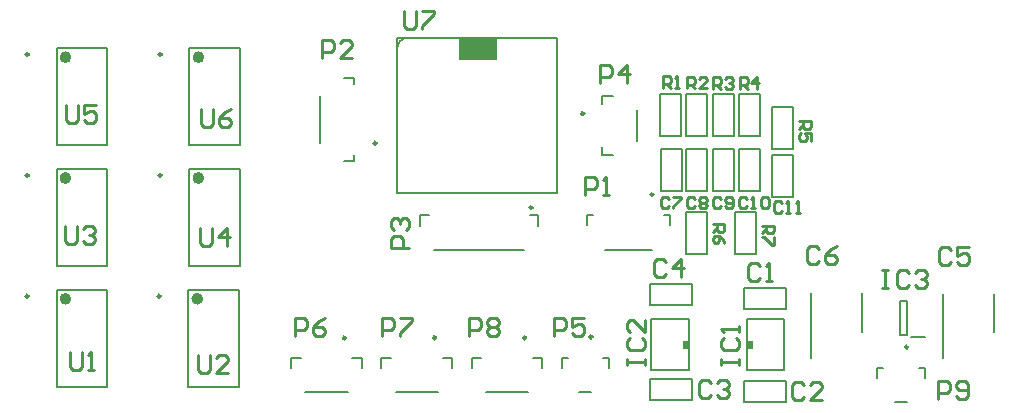
<source format=gto>
G04 Layer_Color=65535*
%FSLAX44Y44*%
%MOMM*%
G71*
G01*
G75*
%ADD29C,0.2500*%
%ADD30C,0.1270*%
%ADD31C,0.5000*%
%ADD32C,0.2000*%
%ADD33C,0.2540*%
%ADD34R,3.3274X1.8288*%
%ADD35R,0.5000X0.7620*%
D29*
X847326Y1464028D02*
G03*
X847326Y1464028I-1250J0D01*
G01*
X552719Y1538986D02*
G03*
X552719Y1538986I-1250J0D01*
G01*
X665275D02*
G03*
X665275Y1538986I-1250J0D01*
G01*
X552719Y1436699D02*
G03*
X552719Y1436699I-1250J0D01*
G01*
X665275D02*
G03*
X665275Y1436699I-1250J0D01*
G01*
X552719Y1334412D02*
G03*
X552719Y1334412I-1250J0D01*
G01*
X664369Y1334452D02*
G03*
X664369Y1334452I-1250J0D01*
G01*
X821116Y1299098D02*
G03*
X821116Y1299098I-1250J0D01*
G01*
X897529Y1299218D02*
G03*
X897529Y1299218I-1250J0D01*
G01*
X973881D02*
G03*
X973881Y1299218I-1250J0D01*
G01*
X1029983Y1299968D02*
G03*
X1029983Y1299968I-1250J0D01*
G01*
X1297336Y1291332D02*
G03*
X1297336Y1291332I-1250J0D01*
G01*
X1081700Y1420614D02*
G03*
X1081700Y1420614I-1250J0D01*
G01*
X1022950Y1489178D02*
G03*
X1022950Y1489178I-1250J0D01*
G01*
X979279Y1409364D02*
G03*
X979279Y1409364I-1250J0D01*
G01*
D30*
X874014Y1553210D02*
G03*
X864616Y1543812I0J-9398D01*
G01*
X1109641Y1369822D02*
X1127421Y1369822D01*
X1109641Y1405382D02*
X1127421D01*
X1127421Y1369822D01*
X1109641Y1369822D02*
Y1405382D01*
X1181862Y1418590D02*
X1199642Y1418590D01*
X1181862Y1454150D02*
X1199642D01*
X1199642Y1418590D01*
X1181862Y1418590D02*
Y1454150D01*
X1154430Y1423670D02*
X1172210Y1423670D01*
X1154430Y1459230D02*
X1172210D01*
X1172210Y1423670D01*
X1154430Y1423670D02*
Y1459230D01*
X1131824Y1423670D02*
X1149604Y1423670D01*
X1131824Y1459230D02*
X1149604D01*
X1149604Y1423670D01*
X1131824Y1423670D02*
Y1459230D01*
X1109641Y1423670D02*
X1127421Y1423670D01*
X1109641Y1459230D02*
X1127421D01*
X1127421Y1423670D01*
X1109641Y1423670D02*
Y1459230D01*
X1087882D02*
X1105662Y1459230D01*
X1087882Y1423670D02*
X1105662D01*
X1087882Y1459230D02*
X1087882Y1423670D01*
X1105662D02*
Y1459230D01*
X1181862Y1459230D02*
X1199642Y1459230D01*
X1181862Y1494790D02*
X1199642D01*
X1199642Y1459230D01*
X1181862Y1459230D02*
Y1494790D01*
X1154176Y1469898D02*
X1171956Y1469898D01*
X1154176Y1505458D02*
X1171956D01*
X1171956Y1469898D01*
X1154176Y1469898D02*
Y1505458D01*
X1131824Y1469898D02*
X1149604Y1469898D01*
X1131824Y1505458D02*
X1149604D01*
X1149604Y1469898D01*
X1131824Y1469898D02*
Y1505458D01*
X1109641Y1469898D02*
X1127421Y1469898D01*
X1109641Y1505458D02*
X1127421D01*
X1127421Y1469898D01*
X1109641Y1469898D02*
Y1505458D01*
X1087120Y1469898D02*
X1104900Y1469898D01*
X1087120Y1505458D02*
X1104900D01*
X1104900Y1469898D01*
X1087120Y1469898D02*
Y1505458D01*
X864616Y1539748D02*
Y1543812D01*
Y1553210D02*
X999998D01*
Y1422146D02*
Y1553210D01*
X864616Y1422146D02*
X999998D01*
X864616D02*
Y1553210D01*
X1157986Y1262888D02*
X1193546D01*
X1157986Y1245108D02*
X1193546Y1245108D01*
Y1262888D01*
X1157986Y1245108D02*
X1157986Y1262888D01*
X1078738Y1264412D02*
X1114298D01*
X1078738Y1246632D02*
X1114298Y1246632D01*
Y1264412D01*
X1078738Y1246632D02*
X1078738Y1264412D01*
X1108206Y1314978D02*
X1108460D01*
X1111762Y1310914D02*
Y1311422D01*
Y1311168D02*
Y1314978D01*
X1109222D02*
X1111762D01*
X1080012Y1271798D02*
X1111762D01*
Y1314978D01*
X1080012D02*
X1111762D01*
X1080012Y1271798D02*
Y1314978D01*
X1163824Y1271858D02*
X1164078D01*
X1160522Y1275414D02*
Y1275922D01*
Y1271858D02*
Y1275668D01*
Y1271858D02*
X1163062D01*
X1160522Y1315038D02*
X1192272D01*
X1160522Y1271858D02*
Y1315038D01*
Y1271858D02*
X1192272D01*
Y1315038D01*
X1078738Y1326896D02*
X1114298D01*
X1078738Y1344676D02*
X1114298Y1344676D01*
X1078738Y1326896D02*
Y1344676D01*
X1114298Y1326896D02*
X1114298Y1344676D01*
X1157986Y1323340D02*
X1193546D01*
X1157986Y1341120D02*
X1193546Y1341120D01*
X1157986Y1323340D02*
Y1341120D01*
X1193546Y1323340D02*
X1193546Y1341120D01*
X1151128Y1369822D02*
Y1405382D01*
X1168908D02*
X1168908Y1369822D01*
X1151128Y1405382D02*
X1168908D01*
X1151128Y1369822D02*
X1168908Y1369822D01*
D31*
X586292Y1536736D02*
G03*
X586292Y1536736I-2500J0D01*
G01*
X698849D02*
G03*
X698849Y1536736I-2500J0D01*
G01*
X586292Y1434449D02*
G03*
X586292Y1434449I-2500J0D01*
G01*
X698849D02*
G03*
X698849Y1434449I-2500J0D01*
G01*
X586292Y1332162D02*
G03*
X586292Y1332162I-2500J0D01*
G01*
X697942Y1332202D02*
G03*
X697942Y1332202I-2500J0D01*
G01*
D32*
X1326732Y1281708D02*
Y1336458D01*
X1369732Y1304208D02*
Y1336458D01*
X1214972Y1281962D02*
Y1336712D01*
X1257972Y1304462D02*
Y1336712D01*
X1299868Y1299618D02*
X1311868D01*
X1296368Y1301118D02*
Y1330118D01*
X1290368D02*
X1296368D01*
X1290368Y1301118D02*
Y1330118D01*
Y1301118D02*
X1296368D01*
X799326Y1464028D02*
Y1504028D01*
X819826Y1449028D02*
X828326D01*
X819826Y1519028D02*
X828326D01*
Y1449028D02*
Y1454028D01*
Y1514028D02*
Y1519028D01*
X576292Y1544236D02*
X618743D01*
Y1462236D02*
Y1544236D01*
X576292Y1462236D02*
X618743D01*
X576292D02*
Y1544236D01*
X688849D02*
X731301D01*
Y1462236D02*
Y1544236D01*
X688849Y1462236D02*
X731301D01*
X688849D02*
Y1544236D01*
X576292Y1441949D02*
X618743D01*
Y1359949D02*
Y1441949D01*
X576292Y1359949D02*
X618743D01*
X576292D02*
Y1441949D01*
X688849D02*
X731301D01*
Y1359949D02*
Y1441949D01*
X688849Y1359949D02*
X731301D01*
X688849D02*
Y1441949D01*
X576292Y1339662D02*
X618743D01*
Y1257662D02*
Y1339662D01*
X576292Y1257662D02*
X618743D01*
X576292D02*
Y1339662D01*
X687942Y1339702D02*
X730394D01*
Y1257702D02*
Y1339702D01*
X687942Y1257702D02*
X730394D01*
X687942D02*
Y1339702D01*
X786866Y1253348D02*
X822866D01*
X834866Y1273348D02*
Y1282348D01*
X774866Y1273348D02*
Y1282348D01*
X826866D02*
X834866D01*
X774866D02*
X782866D01*
X863279Y1253468D02*
X899278D01*
X911279Y1273468D02*
Y1282468D01*
X851279Y1273468D02*
Y1282468D01*
X903279D02*
X911279D01*
X851279D02*
X859278D01*
X939631Y1253468D02*
X975631D01*
X987631Y1273468D02*
Y1282468D01*
X927631Y1273468D02*
Y1282468D01*
X979631D02*
X987631D01*
X927631D02*
X935631D01*
X1018983Y1253468D02*
X1028983D01*
X1043983Y1273968D02*
Y1282468D01*
X1003983Y1273968D02*
Y1282468D01*
X1038983D02*
X1043983D01*
X1003983D02*
X1008983D01*
X1286336Y1244832D02*
X1296336D01*
X1311336Y1265332D02*
Y1273832D01*
X1271336Y1265332D02*
Y1273832D01*
X1306336D02*
X1311336D01*
X1271336D02*
X1276336D01*
X1040450Y1373864D02*
X1080450D01*
X1095450Y1394364D02*
Y1402864D01*
X1025450Y1394364D02*
Y1402864D01*
X1090450D02*
X1095450D01*
X1025450D02*
X1030450D01*
X1067450Y1465928D02*
Y1491928D01*
X1038450Y1503928D02*
X1047450D01*
X1038450Y1453928D02*
X1047450D01*
X1038450Y1496928D02*
Y1503928D01*
Y1453928D02*
Y1460928D01*
X896279Y1373864D02*
X972279D01*
X984278Y1393864D02*
Y1402864D01*
X884278Y1393864D02*
Y1402864D01*
X977279D02*
X984278D01*
X884278D02*
X891279D01*
D33*
X1131824Y1395730D02*
X1141821D01*
Y1390732D01*
X1140155Y1389066D01*
X1136822D01*
X1135156Y1390732D01*
Y1395730D01*
Y1392398D02*
X1131824Y1389066D01*
X1141821Y1379069D02*
X1140155Y1382401D01*
X1136822Y1385733D01*
X1133490D01*
X1131824Y1384067D01*
Y1380735D01*
X1133490Y1379069D01*
X1135156D01*
X1136822Y1380735D01*
Y1385733D01*
X1190813Y1413205D02*
X1189146Y1414871D01*
X1185814D01*
X1184148Y1413205D01*
Y1406540D01*
X1185814Y1404874D01*
X1189146D01*
X1190813Y1406540D01*
X1194145Y1404874D02*
X1197477D01*
X1195811D01*
Y1414871D01*
X1194145Y1413205D01*
X1202475Y1404874D02*
X1205808D01*
X1204142D01*
Y1414871D01*
X1202475Y1413205D01*
X1160841Y1417015D02*
X1159174Y1418681D01*
X1155842D01*
X1154176Y1417015D01*
Y1410350D01*
X1155842Y1408684D01*
X1159174D01*
X1160841Y1410350D01*
X1164173Y1408684D02*
X1167505D01*
X1165839D01*
Y1418681D01*
X1164173Y1417015D01*
X1172503D02*
X1174170Y1418681D01*
X1177502D01*
X1179168Y1417015D01*
Y1410350D01*
X1177502Y1408684D01*
X1174170D01*
X1172503Y1410350D01*
Y1417015D01*
X1138743D02*
X1137076Y1418681D01*
X1133744D01*
X1132078Y1417015D01*
Y1410350D01*
X1133744Y1408684D01*
X1137076D01*
X1138743Y1410350D01*
X1142075D02*
X1143741Y1408684D01*
X1147073D01*
X1148739Y1410350D01*
Y1417015D01*
X1147073Y1418681D01*
X1143741D01*
X1142075Y1417015D01*
Y1415349D01*
X1143741Y1413682D01*
X1148739D01*
X1116898Y1417015D02*
X1115232Y1418681D01*
X1111900D01*
X1110234Y1417015D01*
Y1410350D01*
X1111900Y1408684D01*
X1115232D01*
X1116898Y1410350D01*
X1120231Y1417015D02*
X1121897Y1418681D01*
X1125229D01*
X1126895Y1417015D01*
Y1415349D01*
X1125229Y1413682D01*
X1126895Y1412016D01*
Y1410350D01*
X1125229Y1408684D01*
X1121897D01*
X1120231Y1410350D01*
Y1412016D01*
X1121897Y1413682D01*
X1120231Y1415349D01*
Y1417015D01*
X1121897Y1413682D02*
X1125229D01*
X1094800Y1417015D02*
X1093134Y1418681D01*
X1089802D01*
X1088136Y1417015D01*
Y1410350D01*
X1089802Y1408684D01*
X1093134D01*
X1094800Y1410350D01*
X1098133Y1418681D02*
X1104797D01*
Y1417015D01*
X1098133Y1410350D01*
Y1408684D01*
X1205230Y1482344D02*
X1215227D01*
Y1477346D01*
X1213561Y1475679D01*
X1210228D01*
X1208562Y1477346D01*
Y1482344D01*
Y1479012D02*
X1205230Y1475679D01*
X1215227Y1465683D02*
Y1472347D01*
X1210228D01*
X1211895Y1469015D01*
Y1467349D01*
X1210228Y1465683D01*
X1206896D01*
X1205230Y1467349D01*
Y1470681D01*
X1206896Y1472347D01*
X1154684Y1509776D02*
Y1519773D01*
X1159682D01*
X1161348Y1518107D01*
Y1514774D01*
X1159682Y1513108D01*
X1154684D01*
X1158016D02*
X1161348Y1509776D01*
X1169679D02*
Y1519773D01*
X1164681Y1514774D01*
X1171345D01*
X1132078Y1510030D02*
Y1520027D01*
X1137076D01*
X1138743Y1518361D01*
Y1515028D01*
X1137076Y1513362D01*
X1132078D01*
X1135410D02*
X1138743Y1510030D01*
X1142075Y1518361D02*
X1143741Y1520027D01*
X1147073D01*
X1148739Y1518361D01*
Y1516694D01*
X1147073Y1515028D01*
X1145407D01*
X1147073D01*
X1148739Y1513362D01*
Y1511696D01*
X1147073Y1510030D01*
X1143741D01*
X1142075Y1511696D01*
X1110234Y1510284D02*
Y1520281D01*
X1115232D01*
X1116898Y1518615D01*
Y1515282D01*
X1115232Y1513616D01*
X1110234D01*
X1113566D02*
X1116898Y1510284D01*
X1126895D02*
X1120231D01*
X1126895Y1516949D01*
Y1518615D01*
X1125229Y1520281D01*
X1121897D01*
X1120231Y1518615D01*
X1089660Y1511046D02*
Y1521043D01*
X1094658D01*
X1096324Y1519377D01*
Y1516044D01*
X1094658Y1514378D01*
X1089660D01*
X1092992D02*
X1096324Y1511046D01*
X1099657D02*
X1102989D01*
X1101323D01*
Y1521043D01*
X1099657Y1519377D01*
X1172207Y1360166D02*
X1169668Y1362705D01*
X1164589D01*
X1162050Y1360166D01*
Y1350009D01*
X1164589Y1347470D01*
X1169668D01*
X1172207Y1350009D01*
X1177285Y1347470D02*
X1182363D01*
X1179824D01*
Y1362705D01*
X1177285Y1360166D01*
X1208783Y1258820D02*
X1206244Y1261359D01*
X1201165D01*
X1198626Y1258820D01*
Y1248663D01*
X1201165Y1246124D01*
X1206244D01*
X1208783Y1248663D01*
X1224018Y1246124D02*
X1213861D01*
X1224018Y1256281D01*
Y1258820D01*
X1221479Y1261359D01*
X1216400D01*
X1213861Y1258820D01*
X1130297Y1260598D02*
X1127757Y1263137D01*
X1122679D01*
X1120140Y1260598D01*
Y1250441D01*
X1122679Y1247902D01*
X1127757D01*
X1130297Y1250441D01*
X1135375Y1260598D02*
X1137914Y1263137D01*
X1142993D01*
X1145532Y1260598D01*
Y1258059D01*
X1142993Y1255519D01*
X1140453D01*
X1142993D01*
X1145532Y1252980D01*
Y1250441D01*
X1142993Y1247902D01*
X1137914D01*
X1135375Y1250441D01*
X1092705Y1363722D02*
X1090165Y1366261D01*
X1085087D01*
X1082548Y1363722D01*
Y1353565D01*
X1085087Y1351026D01*
X1090165D01*
X1092705Y1353565D01*
X1105401Y1351026D02*
Y1366261D01*
X1097783Y1358643D01*
X1107940D01*
X1333243Y1373882D02*
X1330703Y1376421D01*
X1325625D01*
X1323086Y1373882D01*
Y1363725D01*
X1325625Y1361186D01*
X1330703D01*
X1333243Y1363725D01*
X1348478Y1376421D02*
X1338321D01*
Y1368804D01*
X1343399Y1371343D01*
X1345939D01*
X1348478Y1368804D01*
Y1363725D01*
X1345939Y1361186D01*
X1340860D01*
X1338321Y1363725D01*
X1221483Y1374136D02*
X1218943Y1376675D01*
X1213865D01*
X1211326Y1374136D01*
Y1363979D01*
X1213865Y1361440D01*
X1218943D01*
X1221483Y1363979D01*
X1236718Y1376675D02*
X1231639Y1374136D01*
X1226561Y1369057D01*
Y1363979D01*
X1229100Y1361440D01*
X1234179D01*
X1236718Y1363979D01*
Y1366518D01*
X1234179Y1369057D01*
X1226561D01*
X1059185Y1275842D02*
Y1280920D01*
Y1278381D01*
X1074420D01*
Y1275842D01*
Y1280920D01*
X1061724Y1298695D02*
X1059185Y1296155D01*
Y1291077D01*
X1061724Y1288538D01*
X1071881D01*
X1074420Y1291077D01*
Y1296155D01*
X1071881Y1298695D01*
X1074420Y1313930D02*
Y1303773D01*
X1064263Y1313930D01*
X1061724D01*
X1059185Y1311391D01*
Y1306312D01*
X1061724Y1303773D01*
X1274772Y1356507D02*
X1279850D01*
X1277311D01*
Y1341272D01*
X1274772D01*
X1279850D01*
X1297625Y1353968D02*
X1295085Y1356507D01*
X1290007D01*
X1287468Y1353968D01*
Y1343811D01*
X1290007Y1341272D01*
X1295085D01*
X1297625Y1343811D01*
X1302703Y1353968D02*
X1305242Y1356507D01*
X1310320D01*
X1312860Y1353968D01*
Y1351429D01*
X1310320Y1348889D01*
X1307781D01*
X1310320D01*
X1312860Y1346350D01*
Y1343811D01*
X1310320Y1341272D01*
X1305242D01*
X1302703Y1343811D01*
X1138687Y1275842D02*
Y1280920D01*
Y1278381D01*
X1153922D01*
Y1275842D01*
Y1280920D01*
X1141226Y1298695D02*
X1138687Y1296155D01*
Y1291077D01*
X1141226Y1288538D01*
X1151383D01*
X1153922Y1291077D01*
Y1296155D01*
X1151383Y1298695D01*
X1153922Y1303773D02*
Y1308851D01*
Y1306312D01*
X1138687D01*
X1141226Y1303773D01*
X1023366Y1419860D02*
Y1435095D01*
X1030984D01*
X1033523Y1432556D01*
Y1427478D01*
X1030984Y1424938D01*
X1023366D01*
X1038601Y1419860D02*
X1043679D01*
X1041140D01*
Y1435095D01*
X1038601Y1432556D01*
X801370Y1536192D02*
Y1551427D01*
X808988D01*
X811527Y1548888D01*
Y1543810D01*
X808988Y1541270D01*
X801370D01*
X826762Y1536192D02*
X816605D01*
X826762Y1546349D01*
Y1548888D01*
X824223Y1551427D01*
X819144D01*
X816605Y1548888D01*
X875030Y1375156D02*
X859795D01*
Y1382773D01*
X862334Y1385313D01*
X867412D01*
X869952Y1382773D01*
Y1375156D01*
X862334Y1390391D02*
X859795Y1392930D01*
Y1398009D01*
X862334Y1400548D01*
X864873D01*
X867412Y1398009D01*
Y1395469D01*
Y1398009D01*
X869952Y1400548D01*
X872491D01*
X875030Y1398009D01*
Y1392930D01*
X872491Y1390391D01*
X1036828Y1514602D02*
Y1529837D01*
X1044445D01*
X1046985Y1527298D01*
Y1522220D01*
X1044445Y1519680D01*
X1036828D01*
X1059681Y1514602D02*
Y1529837D01*
X1052063Y1522220D01*
X1062220D01*
X997458Y1300480D02*
Y1315715D01*
X1005076D01*
X1007615Y1313176D01*
Y1308098D01*
X1005076Y1305558D01*
X997458D01*
X1022850Y1315715D02*
X1012693D01*
Y1308098D01*
X1017771Y1310637D01*
X1020311D01*
X1022850Y1308098D01*
Y1303019D01*
X1020311Y1300480D01*
X1015232D01*
X1012693Y1303019D01*
X777942Y1300360D02*
Y1315595D01*
X785559D01*
X788099Y1313056D01*
Y1307977D01*
X785559Y1305438D01*
X777942D01*
X803334Y1315595D02*
X798255Y1313056D01*
X793177Y1307977D01*
Y1302899D01*
X795716Y1300360D01*
X800795D01*
X803334Y1302899D01*
Y1305438D01*
X800795Y1307977D01*
X793177D01*
X851577Y1300480D02*
Y1315715D01*
X859195D01*
X861734Y1313176D01*
Y1308098D01*
X859195Y1305558D01*
X851577D01*
X866812Y1315715D02*
X876969D01*
Y1313176D01*
X866812Y1303019D01*
Y1300480D01*
X925153D02*
Y1315715D01*
X932770D01*
X935309Y1313176D01*
Y1308098D01*
X932770Y1305558D01*
X925153D01*
X940388Y1313176D02*
X942927Y1315715D01*
X948005D01*
X950544Y1313176D01*
Y1310637D01*
X948005Y1308098D01*
X950544Y1305558D01*
Y1303019D01*
X948005Y1300480D01*
X942927D01*
X940388Y1303019D01*
Y1305558D01*
X942927Y1308098D01*
X940388Y1310637D01*
Y1313176D01*
X942927Y1308098D02*
X948005D01*
X587502Y1286759D02*
Y1274063D01*
X590041Y1271524D01*
X595120D01*
X597659Y1274063D01*
Y1286759D01*
X602737Y1271524D02*
X607815D01*
X605276D01*
Y1286759D01*
X602737Y1284220D01*
X695706Y1284339D02*
Y1271644D01*
X698245Y1269104D01*
X703324D01*
X705863Y1271644D01*
Y1284339D01*
X721098Y1269104D02*
X710941D01*
X721098Y1279261D01*
Y1281800D01*
X718559Y1284339D01*
X713480D01*
X710941Y1281800D01*
X583438Y1393947D02*
Y1381251D01*
X585977Y1378712D01*
X591055D01*
X593595Y1381251D01*
Y1393947D01*
X598673Y1391408D02*
X601212Y1393947D01*
X606291D01*
X608830Y1391408D01*
Y1388869D01*
X606291Y1386329D01*
X603751D01*
X606291D01*
X608830Y1383790D01*
Y1381251D01*
X606291Y1378712D01*
X601212D01*
X598673Y1381251D01*
X697992Y1391781D02*
Y1379086D01*
X700531Y1376546D01*
X705610D01*
X708149Y1379086D01*
Y1391781D01*
X720845Y1376546D02*
Y1391781D01*
X713227Y1384164D01*
X723384D01*
X584454Y1496563D02*
Y1483867D01*
X586993Y1481328D01*
X592071D01*
X594611Y1483867D01*
Y1496563D01*
X609846D02*
X599689D01*
Y1488945D01*
X604767Y1491485D01*
X607307D01*
X609846Y1488945D01*
Y1483867D01*
X607307Y1481328D01*
X602228D01*
X599689Y1483867D01*
X698246Y1492874D02*
Y1480178D01*
X700785Y1477638D01*
X705863D01*
X708403Y1480178D01*
Y1492874D01*
X723638D02*
X718559Y1490334D01*
X713481Y1485256D01*
Y1480178D01*
X716020Y1477638D01*
X721099D01*
X723638Y1480178D01*
Y1482717D01*
X721099Y1485256D01*
X713481D01*
X870712Y1576065D02*
Y1563369D01*
X873251Y1560830D01*
X878329D01*
X880869Y1563369D01*
Y1576065D01*
X885947D02*
X896104D01*
Y1573526D01*
X885947Y1563369D01*
Y1560830D01*
X1322324Y1247394D02*
Y1262629D01*
X1329942D01*
X1332481Y1260090D01*
Y1255012D01*
X1329942Y1252472D01*
X1322324D01*
X1337559Y1249933D02*
X1340098Y1247394D01*
X1345177D01*
X1347716Y1249933D01*
Y1260090D01*
X1345177Y1262629D01*
X1340098D01*
X1337559Y1260090D01*
Y1257551D01*
X1340098Y1255012D01*
X1347716D01*
X1173988Y1394206D02*
X1183985D01*
Y1389208D01*
X1182319Y1387542D01*
X1178986D01*
X1177320Y1389208D01*
Y1394206D01*
Y1390874D02*
X1173988Y1387542D01*
X1183985Y1384209D02*
Y1377545D01*
X1182319D01*
X1175654Y1384209D01*
X1173988D01*
D34*
X932815Y1544066D02*
D03*
D35*
X1108908Y1293418D02*
D03*
X1163377Y1293418D02*
D03*
M02*

</source>
